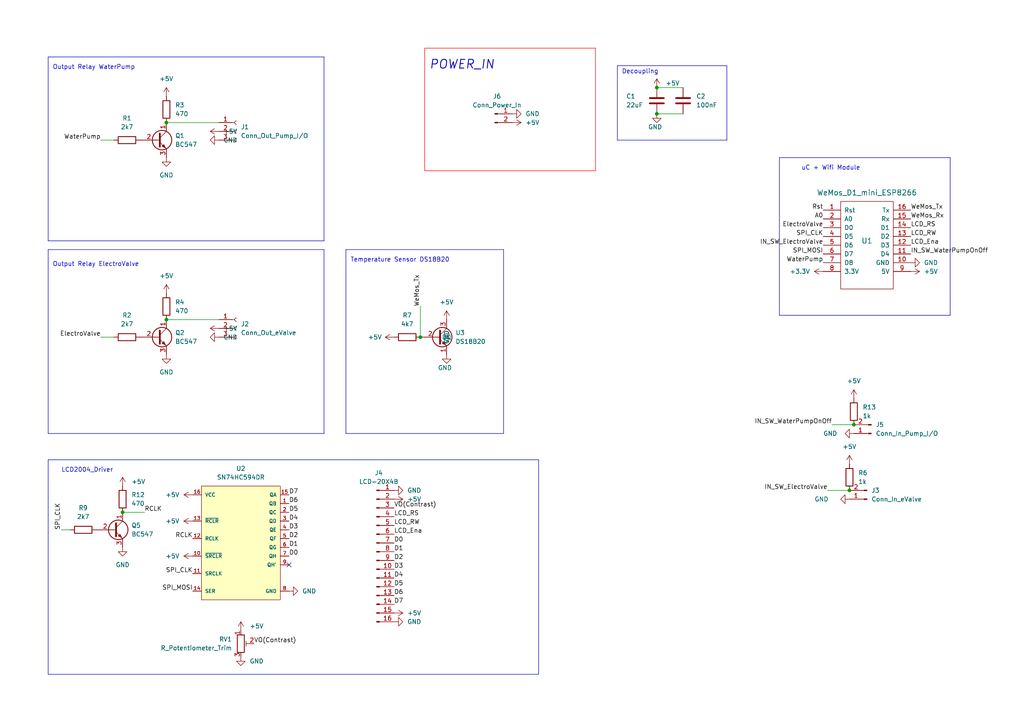
<source format=kicad_sch>
(kicad_sch (version 20230121) (generator eeschema)
  (paper "A4")
  (title_block (title "Controlador Wifi de bomba de agua"))
  (lib_symbols
    (symbol "Connector:Conn_01x02_Male" (pin_names (offset 1.016) hide)
      (property "Reference" "J" (at 0 2.54 0))
      (property "Value" "Conn_01x02_Male" (at 0 -5.08 0))
      (symbol "Conn_01x02_Male_1_1"
        (polyline (pts (xy 1.27 -2.54) (xy 0.8636 -2.54)) (stroke (width 0.1524)))
        (polyline (pts (xy 1.27 0) (xy 0.8636 0)) (stroke (width 0.1524)))
        (rectangle (start 0.8636 -2.413) (end 0 -2.667) (stroke (width 0.1524)) (fill (type outline)))
        (rectangle (start 0.8636 0.127) (end 0 -0.127) (stroke (width 0.1524)) (fill (type outline)))
        (pin passive line (at 5.08 0 180) (length 3.81) (name "Pin_1") (number "1"))
        (pin passive line (at 5.08 -2.54 180) (length 3.81) (name "Pin_2") (number "2"))
      )
    )
    (symbol "Connector:Conn_01x02_Pin" (pin_names (offset 1.016) hide)
      (property "Reference" "J" (at 0 2.54 0))
      (property "Value" "Conn_01x02_Pin" (at 0 -5.08 0))
      (symbol "Conn_01x02_Pin_1_1"
        (polyline (pts (xy 1.27 -2.54) (xy 0.8636 -2.54)) (stroke (width 0.1524)))
        (polyline (pts (xy 1.27 0) (xy 0.8636 0)) (stroke (width 0.1524)))
        (rectangle (start 0.8636 -2.413) (end 0 -2.667) (stroke (width 0.1524)) (fill (type outline)))
        (rectangle (start 0.8636 0.127) (end 0 -0.127) (stroke (width 0.1524)) (fill (type outline)))
        (pin passive line (at 5.08 0 180) (length 3.81) (name "Pin_1") (number "1"))
        (pin passive line (at 5.08 -2.54 180) (length 3.81) (name "Pin_2") (number "2"))
      )
    )
    (symbol "Connector:Conn_01x03_Female" (pin_names (offset 1.016) hide)
      (property "Reference" "J" (at 0 5.08 0))
      (property "Value" "Conn_01x03_Female" (at 0 -5.08 0))
      (symbol "Conn_01x03_Female_1_1"
        (arc (start 0 -2.032) (mid -0.5058 -2.54) (end 0 -3.048) (stroke (width 0.1524)))
        (polyline (pts (xy -1.27 -2.54) (xy -0.508 -2.54)) (stroke (width 0.1524)))
        (polyline (pts (xy -1.27 0) (xy -0.508 0)) (stroke (width 0.1524)))
        (polyline (pts (xy -1.27 2.54) (xy -0.508 2.54)) (stroke (width 0.1524)))
        (arc (start 0 0.508) (mid -0.5058 0) (end 0 -0.508) (stroke (width 0.1524)))
        (arc (start 0 3.048) (mid -0.5058 2.54) (end 0 2.032) (stroke (width 0.1524)))
        (pin passive line (at -5.08 2.54 0) (length 3.81) (name "Pin_1") (number "1"))
        (pin passive line (at -5.08 0 0) (length 3.81) (name "Pin_2") (number "2"))
        (pin passive line (at -5.08 -2.54 0) (length 3.81) (name "Pin_3") (number "3"))
      )
    )
    (symbol "Connector:Conn_01x16_Pin" (pin_names (offset 1.016) hide)
      (property "Reference" "J" (at 0 20.32 0))
      (property "Value" "Conn_01x16_Pin" (at 0 -22.86 0))
      (symbol "Conn_01x16_Pin_1_1"
        (polyline (pts (xy 1.27 -20.32) (xy 0.8636 -20.32)) (stroke (width 0.1524)))
        (polyline (pts (xy 1.27 -17.78) (xy 0.8636 -17.78)) (stroke (width 0.1524)))
        (polyline (pts (xy 1.27 -15.24) (xy 0.8636 -15.24)) (stroke (width 0.1524)))
        (polyline (pts (xy 1.27 -12.7) (xy 0.8636 -12.7)) (stroke (width 0.1524)))
        (polyline (pts (xy 1.27 -10.16) (xy 0.8636 -10.16)) (stroke (width 0.1524)))
        (polyline (pts (xy 1.27 -7.62) (xy 0.8636 -7.62)) (stroke (width 0.1524)))
        (polyline (pts (xy 1.27 -5.08) (xy 0.8636 -5.08)) (stroke (width 0.1524)))
        (polyline (pts (xy 1.27 -2.54) (xy 0.8636 -2.54)) (stroke (width 0.1524)))
        (polyline (pts (xy 1.27 0) (xy 0.8636 0)) (stroke (width 0.1524)))
        (polyline (pts (xy 1.27 2.54) (xy 0.8636 2.54)) (stroke (width 0.1524)))
        (polyline (pts (xy 1.27 5.08) (xy 0.8636 5.08)) (stroke (width 0.1524)))
        (polyline (pts (xy 1.27 7.62) (xy 0.8636 7.62)) (stroke (width 0.1524)))
        (polyline (pts (xy 1.27 10.16) (xy 0.8636 10.16)) (stroke (width 0.1524)))
        (polyline (pts (xy 1.27 12.7) (xy 0.8636 12.7)) (stroke (width 0.1524)))
        (polyline (pts (xy 1.27 15.24) (xy 0.8636 15.24)) (stroke (width 0.1524)))
        (polyline (pts (xy 1.27 17.78) (xy 0.8636 17.78)) (stroke (width 0.1524)))
        (rectangle (start 0.8636 -20.193) (end 0 -20.447) (stroke (width 0.1524)) (fill (type outline)))
        (rectangle (start 0.8636 -17.653) (end 0 -17.907) (stroke (width 0.1524)) (fill (type outline)))
        (rectangle (start 0.8636 -15.113) (end 0 -15.367) (stroke (width 0.1524)) (fill (type outline)))
        (rectangle (start 0.8636 -12.573) (end 0 -12.827) (stroke (width 0.1524)) (fill (type outline)))
        (rectangle (start 0.8636 -10.033) (end 0 -10.287) (stroke (width 0.1524)) (fill (type outline)))
        (rectangle (start 0.8636 -7.493) (end 0 -7.747) (stroke (width 0.1524)) (fill (type outline)))
        (rectangle (start 0.8636 -4.953) (end 0 -5.207) (stroke (width 0.1524)) (fill (type outline)))
        (rectangle (start 0.8636 -2.413) (end 0 -2.667) (stroke (width 0.1524)) (fill (type outline)))
        (rectangle (start 0.8636 0.127) (end 0 -0.127) (stroke (width 0.1524)) (fill (type outline)))
        (rectangle (start 0.8636 2.667) (end 0 2.413) (stroke (width 0.1524)) (fill (type outline)))
        (rectangle (start 0.8636 5.207) (end 0 4.953) (stroke (width 0.1524)) (fill (type outline)))
        (rectangle (start 0.8636 7.747) (end 0 7.493) (stroke (width 0.1524)) (fill (type outline)))
        (rectangle (start 0.8636 10.287) (end 0 10.033) (stroke (width 0.1524)) (fill (type outline)))
        (rectangle (start 0.8636 12.827) (end 0 12.573) (stroke (width 0.1524)) (fill (type outline)))
        (rectangle (start 0.8636 15.367) (end 0 15.113) (stroke (width 0.1524)) (fill (type outline)))
        (rectangle (start 0.8636 17.907) (end 0 17.653) (stroke (width 0.1524)) (fill (type outline)))
        (pin passive line (at 5.08 17.78 180) (length 3.81) (name "Pin_1") (number "1"))
        (pin passive line (at 5.08 -5.08 180) (length 3.81) (name "Pin_10") (number "10"))
        (pin passive line (at 5.08 -7.62 180) (length 3.81) (name "Pin_11") (number "11"))
        (pin passive line (at 5.08 -10.16 180) (length 3.81) (name "Pin_12") (number "12"))
        (pin passive line (at 5.08 -12.7 180) (length 3.81) (name "Pin_13") (number "13"))
        (pin passive line (at 5.08 -15.24 180) (length 3.81) (name "Pin_14") (number "14"))
        (pin passive line (at 5.08 -17.78 180) (length 3.81) (name "Pin_15") (number "15"))
        (pin passive line (at 5.08 -20.32 180) (length 3.81) (name "Pin_16") (number "16"))
        (pin passive line (at 5.08 15.24 180) (length 3.81) (name "Pin_2") (number "2"))
        (pin passive line (at 5.08 12.7 180) (length 3.81) (name "Pin_3") (number "3"))
        (pin passive line (at 5.08 10.16 180) (length 3.81) (name "Pin_4") (number "4"))
        (pin passive line (at 5.08 7.62 180) (length 3.81) (name "Pin_5") (number "5"))
        (pin passive line (at 5.08 5.08 180) (length 3.81) (name "Pin_6") (number "6"))
        (pin passive line (at 5.08 2.54 180) (length 3.81) (name "Pin_7") (number "7"))
        (pin passive line (at 5.08 0 180) (length 3.81) (name "Pin_8") (number "8"))
        (pin passive line (at 5.08 -2.54 180) (length 3.81) (name "Pin_9") (number "9"))
      )
    )
    (symbol "Device:C" (pin_numbers hide) (pin_names (offset 0.254))
      (property "Reference" "C" (at 0.635 2.54 0))
      (property "Value" "C" (at 0.635 -2.54 0))
      (symbol "C_0_1"
        (polyline (pts (xy -2.032 -0.762) (xy 2.032 -0.762)) (stroke (width 0.508)))
        (polyline (pts (xy -2.032 0.762) (xy 2.032 0.762)) (stroke (width 0.508)))
      )
      (symbol "C_1_1"
        (pin passive line (at 0 3.81 270) (length 2.794) (name "~") (number "1"))
        (pin passive line (at 0 -3.81 90) (length 2.794) (name "~") (number "2"))
      )
    )
    (symbol "Device:R" (pin_numbers hide) (pin_names (offset 0))
      (property "Reference" "R" (at 2.032 0 90))
      (property "Value" "R" (at 0 0 90))
      (symbol "R_0_1"
        (rectangle (start -1.016 -2.54) (end 1.016 2.54) (stroke (width 0.254)))
      )
      (symbol "R_1_1"
        (pin passive line (at 0 3.81 270) (length 1.27) (name "~") (number "1"))
        (pin passive line (at 0 -3.81 90) (length 1.27) (name "~") (number "2"))
      )
    )
    (symbol "Device:R_Potentiometer_Trim" (pin_names (offset 1.016) hide)
      (property "Reference" "RV" (at -4.445 0 90))
      (property "Value" "R_Potentiometer_Trim" (at -2.54 0 90))
      (symbol "R_Potentiometer_Trim_0_1"
        (polyline (pts (xy 1.524 0.762) (xy 1.524 -0.762)))
        (polyline (pts (xy 2.54 0) (xy 1.524 0)))
        (rectangle (start 1.016 2.54) (end -1.016 -2.54) (stroke (width 0.254)))
      )
      (symbol "R_Potentiometer_Trim_1_1"
        (pin passive line (at 0 3.81 270) (length 1.27) (name "1") (number "1"))
        (pin passive line (at 3.81 0 180) (length 1.27) (name "2") (number "2"))
        (pin passive line (at 0 -3.81 90) (length 1.27) (name "3") (number "3"))
      )
    )
    (symbol "IRS_Common:DS18B20"
      (property "Reference" "U" (at 7.62 -11.43 0))
      (property "Value" "DS18B20" (at -3.81 -2.54 0))
      (symbol "DS18B20_0_1"
        (polyline (pts (xy 1.905 -10.795) (xy 3.81 -8.89)))
        (polyline (pts (xy 1.905 -12.065) (xy 3.81 -13.97) (xy 3.81 -13.97)))
        (polyline (pts (xy 1.905 -9.525) (xy 1.905 -13.335) (xy 1.905 -13.335)) (stroke (width 0.508)))
        (polyline (pts (xy 2.54 -13.208) (xy 3.048 -12.7) (xy 3.556 -13.716) (xy 2.54 -13.208) (xy 2.54 -13.208)) (fill (type outline)))
        (circle (center 2.54 -11.43) (radius 2.8194) (stroke (width 0.254)))
      )
      (symbol "DS18B20_1_1"
        (pin passive line (at 3.81 -16.51 90) (length 2.54) (name "GND") (number "1"))
        (pin passive line (at -3.81 -11.43 0) (length 5.715) (name "DQ") (number "2"))
        (pin passive line (at 3.81 -6.35 270) (length 2.54) (name "VDD") (number "3"))
      )
    )
    (symbol "Transistor_BJT:BC547" (pin_names (offset 0) hide)
      (property "Reference" "Q" (at 5.08 1.905 0))
      (property "Value" "BC547" (at 5.08 0 0))
      (symbol "BC547_0_1"
        (polyline (pts (xy 0 0) (xy 0.635 0)))
        (polyline (pts (xy 0.635 0.635) (xy 2.54 2.54)))
        (polyline (pts (xy 0.635 -0.635) (xy 2.54 -2.54) (xy 2.54 -2.54)))
        (polyline (pts (xy 0.635 1.905) (xy 0.635 -1.905) (xy 0.635 -1.905)) (stroke (width 0.508)))
        (polyline (pts (xy 1.27 -1.778) (xy 1.778 -1.27) (xy 2.286 -2.286) (xy 1.27 -1.778) (xy 1.27 -1.778)) (fill (type outline)))
        (circle (center 1.27 0) (radius 2.8194) (stroke (width 0.254)))
      )
      (symbol "BC547_1_1"
        (pin passive line (at 2.54 5.08 270) (length 2.54) (name "C") (number "1"))
        (pin input line (at -5.08 0 0) (length 5.08) (name "B") (number "2"))
        (pin passive line (at 2.54 -5.08 90) (length 2.54) (name "E") (number "3"))
      )
    )
    (symbol "eec:SN74HC594DR" (pin_names (offset 1.016))
      (property "Reference" "U" (at 0 5.08 0))
      (property "Value" "SN74HC594DR" (at 0 7.62 0))
      (symbol "SN74HC594DR_1_1"
        (rectangle (start 5.08 2.54) (end 27.94 -30.48) (fill (type background)))
        (pin output line (at 30.48 -2.54 180) (length 2.54) (name "QB") (number "1"))
        (pin input line (at 2.54 -17.78 0) (length 2.54) (name "~{SRCLR}") (number "10"))
        (pin input line (at 2.54 -22.86 0) (length 2.54) (name "SRCLK") (number "11"))
        (pin input line (at 2.54 -12.7 0) (length 2.54) (name "RCLK") (number "12"))
        (pin input line (at 2.54 -7.62 0) (length 2.54) (name "~{RCLR}") (number "13"))
        (pin input line (at 2.54 -27.94 0) (length 2.54) (name "SER") (number "14"))
        (pin output line (at 30.48 0 180) (length 2.54) (name "QA") (number "15"))
        (pin power_in line (at 2.54 0 0) (length 2.54) (name "VCC") (number "16"))
        (pin output line (at 30.48 -5.08 180) (length 2.54) (name "QC") (number "2"))
        (pin output line (at 30.48 -7.62 180) (length 2.54) (name "QD") (number "3"))
        (pin output line (at 30.48 -10.16 180) (length 2.54) (name "QE") (number "4"))
        (pin output line (at 30.48 -12.7 180) (length 2.54) (name "QF") (number "5"))
        (pin output line (at 30.48 -15.24 180) (length 2.54) (name "QG") (number "6"))
        (pin output line (at 30.48 -17.78 180) (length 2.54) (name "QH") (number "7"))
        (pin power_in line (at 30.48 -27.94 180) (length 2.54) (name "GND") (number "8"))
        (pin output line (at 30.48 -20.32 180) (length 2.54) (name "QH'") (number "9"))
      )
    )
    (symbol "power:+3.3V" (power) (pin_names (offset 0))
      (property "Value" "+3.3V" (at 0 3.556 0))
      (symbol "+3.3V_0_1"
        (polyline (pts (xy -0.762 1.27) (xy 0 2.54)))
        (polyline (pts (xy 0 0) (xy 0 2.54)))
        (polyline (pts (xy 0 2.54) (xy 0.762 1.27)))
      )
      (symbol "+3.3V_1_1"
        (pin power_in line (at 0 0 90) (length 0) hide (name "+3.3V") (number "1"))
      )
    )
    (symbol "power:+5V" (power) (pin_names (offset 0))
      (property "Value" "+5V" (at 0 3.556 0))
      (symbol "+5V_0_1"
        (polyline (pts (xy -0.762 1.27) (xy 0 2.54)))
        (polyline (pts (xy 0 0) (xy 0 2.54)))
        (polyline (pts (xy 0 2.54) (xy 0.762 1.27)))
      )
      (symbol "+5V_1_1"
        (pin power_in line (at 0 0 90) (length 0) hide (name "+5V") (number "1"))
      )
    )
    (symbol "power:GND" (power) (pin_names (offset 0))
      (property "Value" "GND" (at 0 -3.81 0))
      (symbol "GND_0_1"
        (polyline (pts (xy 0 0) (xy 0 -1.27) (xy 1.27 -1.27) (xy 0 -2.54) (xy -1.27 -1.27) (xy 0 -1.27)))
      )
      (symbol "GND_1_1"
        (pin power_in line (at 0 0 270) (length 0) hide (name "GND") (number "1"))
      )
    )
    (symbol "wemos_mini:WeMos_D1_mini" (pin_names (offset 1.016))
      (property "Reference" "U" (at 0 12.7 0))
      (property "Value" "WeMos_D1_mini" (at 0 -12.7 0))
      (property "Datasheet" "http://www.wemos.cc/Products/d1_mini.html" (at 13.97 -17.78 0))
      (symbol "WeMos_D1_mini_0_1"
        (rectangle (start -7.62 11.43) (end 7.62 -13.97))
      )
      (symbol "WeMos_D1_mini_1_1"
        (pin bidirectional line (at -12.7 8.89 0) (length 5.08) (name "Rst") (number "1"))
        (pin power_in line (at 12.7 -6.35 180) (length 5.08) (name "GND") (number "10"))
        (pin bidirectional line (at 12.7 -3.81 180) (length 5.08) (name "D4") (number "11"))
        (pin bidirectional line (at 12.7 -1.27 180) (length 5.08) (name "D3") (number "12"))
        (pin bidirectional line (at 12.7 1.27 180) (length 5.08) (name "D2") (number "13"))
        (pin bidirectional line (at 12.7 3.81 180) (length 5.08) (name "D1") (number "14"))
        (pin bidirectional line (at 12.7 6.35 180) (length 5.08) (name "Rx") (number "15"))
        (pin bidirectional line (at 12.7 8.89 180) (length 5.08) (name "Tx") (number "16"))
        (pin bidirectional line (at -12.7 6.35 0) (length 5.08) (name "A0") (number "2"))
        (pin bidirectional line (at -12.7 3.81 0) (length 5.08) (name "D0") (number "3"))
        (pin bidirectional line (at -12.7 1.27 0) (length 5.08) (name "D5") (number "4"))
        (pin bidirectional line (at -12.7 -1.27 0) (length 5.08) (name "D6") (number "5"))
        (pin bidirectional line (at -12.7 -3.81 0) (length 5.08) (name "D7") (number "6"))
        (pin bidirectional line (at -12.7 -6.35 0) (length 5.08) (name "D8") (number "7"))
        (pin power_out line (at -12.7 -8.89 0) (length 5.08) (name "3.3V") (number "8"))
        (pin power_in line (at 12.7 -8.89 180) (length 5.08) (name "5V") (number "9"))
      )
    )
  )
  (junction (at 121.92 97.79))
  (junction (at 247.65 123.19))
  (junction (at 35.56 148.59))
  (junction (at 48.26 35.56))
  (junction (at 190.5 25.4))
  (junction (at 48.26 92.71))
  (junction (at 190.5 33.02))
  (junction (at 246.38 142.24))
  (no_connect (at 83.82 163.83))
  (wire (pts (xy 190.5 25.4) (xy 198.12 25.4)))
  (wire (pts (xy 35.56 148.59) (xy 41.91 148.59)))
  (polyline (pts (xy 226.06 45.72) (xy 275.59 45.72)))
  (polyline (pts (xy 93.98 16.51) (xy 93.98 69.85)))
  (polyline (pts (xy 275.59 45.72) (xy 275.59 91.44)))
  (polyline (pts (xy 123.19 13.97) (xy 172.72 13.97)) (stroke (width 0) (color 255 0 0 1)))
  (polyline (pts (xy 93.98 72.39) (xy 93.98 125.73)))
  (polyline (pts (xy 13.97 195.58) (xy 156.21 195.58)))
  (polyline (pts (xy 93.98 125.73) (xy 13.97 125.73)))
  (polyline (pts (xy 226.06 45.72) (xy 226.06 91.44)))
  (wire (pts (xy 241.3 123.19) (xy 247.65 123.19)))
  (polyline (pts (xy 13.97 133.35) (xy 13.97 195.58)))
  (polyline (pts (xy 156.21 133.35) (xy 156.21 195.58)))
  (polyline (pts (xy 13.97 72.39) (xy 13.97 125.73)))
  (polyline (pts (xy 123.19 13.97) (xy 123.19 49.53)) (stroke (width 0) (color 255 0 0 1)))
  (polyline (pts (xy 100.33 72.39) (xy 100.33 125.73)))
  (polyline (pts (xy 13.97 16.51) (xy 93.98 16.51)))
  (polyline (pts (xy 179.07 19.05) (xy 210.82 19.05)))
  (wire (pts (xy 240.03 142.24) (xy 246.38 142.24)))
  (polyline (pts (xy 226.06 91.44) (xy 275.59 91.44)))
  (polyline (pts (xy 179.07 19.05) (xy 179.07 40.64)))
  (polyline (pts (xy 13.97 16.51) (xy 13.97 69.85)))
  (polyline (pts (xy 13.97 72.39) (xy 93.98 72.39)))
  (polyline (pts (xy 210.82 40.64) (xy 179.07 40.64)))
  (wire (pts (xy 48.26 92.71) (xy 63.5 92.71)))
  (wire (pts (xy 48.26 35.56) (xy 63.5 35.56)))
  (wire (pts (xy 17.78 153.67) (xy 20.32 153.67)))
  (polyline (pts (xy 123.19 49.53) (xy 172.72 49.53)) (stroke (width 0) (color 255 0 0 1)))
  (wire (pts (xy 121.92 88.9) (xy 121.92 97.79)))
  (polyline (pts (xy 93.98 69.85) (xy 13.97 69.85)))
  (polyline (pts (xy 172.72 13.97) (xy 172.72 49.53)) (stroke (width 0) (color 255 0 0 1)))
  (polyline (pts (xy 146.05 125.73) (xy 100.33 125.73)))
  (polyline (pts (xy 13.97 133.35) (xy 156.21 133.35)))
  (wire (pts (xy 29.21 40.64) (xy 33.02 40.64)))
  (polyline (pts (xy 146.05 72.39) (xy 146.05 125.73)))
  (polyline (pts (xy 210.82 19.05) (xy 210.82 40.64)))
  (polyline (pts (xy 100.33 72.39) (xy 146.05 72.39)))
  (wire (pts (xy 29.21 97.79) (xy 33.02 97.79)))
  (wire (pts (xy 190.5 33.02) (xy 198.12 33.02)))
  (text "LCD2004_Driver" (at 17.78 137.16 0) (effects (font (size 1.27 1.27)) (justify left bottom)))
  (text "Decoupling" (at 180.34 21.59 0) (effects (font (size 1.27 1.27)) (justify left bottom)))
  (text "POWER_IN" (at 124.46 20.32 0) (effects (font (size 2.54 2.54) (thickness 0.254) bold italic) (justify left bottom)))
  (text "Temperature Sensor DS18B20" (at 101.6 76.2 0) (effects (font (size 1.27 1.27)) (justify left bottom)))
  (text "Output Relay WaterPump" (at 15.24 20.32 0) (effects (font (size 1.27 1.27)) (justify left bottom)))
  (text "uC + Wifi Module" (at 232.41 49.53 0) (effects (font (size 1.27 1.27)) (justify left bottom)))
  (text "Output Relay ElectroValve" (at 15.24 77.47 0) (effects (font (size 1.27 1.27)) (justify left bottom)))
  (label "LCD_RS" (at 264.16 66.04 0))
  (label "D3" (at 83.82 153.67 0))
  (label "LCD_RW" (at 264.16 68.58 0))
  (label "WeMos_Tx" (at 264.16 60.96 0))
  (label "D4" (at 83.82 151.13 0))
  (label "D5" (at 83.82 148.59 0))
  (label "IN_SW_ElectroValve" (at 238.76 71.12 180))
  (label "SPI_MOSI" (at 238.76 73.66 180))
  (label "D1" (at 114.3 160.02 0))
  (label "D6" (at 114.3 172.72 0))
  (label "RCLK" (at 41.91 148.59 0))
  (label "WeMos_Rx" (at 264.16 63.5 0))
  (label "LCD_RS" (at 114.3 149.86 0))
  (label "SPI_CLK" (at 55.88 166.37 180))
  (label "D1" (at 83.82 158.75 0))
  (label "D7" (at 83.82 143.51 0))
  (label "LCD_Ena" (at 264.16 71.12 0))
  (label "D3" (at 114.3 165.1 0))
  (label "D6" (at 83.82 146.05 0))
  (label "IN_SW_WaterPumpOnOff" (at 264.16 73.66 0))
  (label "RCLK" (at 55.88 156.21 180))
  (label "IN_SW_WaterPumpOnOff" (at 241.3 123.19 180))
  (label "LCD_Ena" (at 114.3 154.94 0))
  (label "SPI_MOSI" (at 55.88 171.45 180))
  (label "VO(Contrast)" (at 73.66 186.69 0))
  (label "D0" (at 83.82 161.29 0))
  (label "A0" (at 238.76 63.5 180))
  (label "D2" (at 83.82 156.21 0))
  (label "ElectroValve" (at 29.21 97.79 180))
  (label "D2" (at 114.3 162.56 0))
  (label "WaterPump" (at 29.21 40.64 180))
  (label "Rst" (at 238.76 60.96 180))
  (label "D4" (at 114.3 167.64 0))
  (label "LCD_RW" (at 114.3 152.4 0))
  (label "IN_SW_ElectroValve" (at 240.03 142.24 180))
  (label "D0" (at 114.3 157.48 0))
  (label "WeMos_Tx" (at 121.92 88.9 90))
  (label "ElectroValve" (at 238.76 66.04 180))
  (label "D7" (at 114.3 175.26 0))
  (label "SPI_CLK" (at 17.78 153.67 90))
  (label "D5" (at 114.3 170.18 0))
  (label "SPI_CLK" (at 238.76 68.58 180))
  (label "VO(Contrast)" (at 114.3 147.32 0))
  (label "WaterPump" (at 238.76 76.2 180))
  (symbol (lib_id "power:GND") (at 246.38 144.78 270) (unit 1)
    (property "Reference" "#PWR010" (effects hide))
    (property "Value" "GND" (at 236.22 144.78 90) (effects (justify left)))
  )
  (symbol (lib_id "Device:R") (at 246.38 138.43 0) (unit 1)
    (property "Reference" "R6" (at 248.92 137.1599 0) (effects (justify left)))
    (property "Value" "1k" (at 248.92 139.6999 0) (effects (justify left)))
    (property "Footprint" "Resistor_THT:R_Axial_DIN0207_L6.3mm_D2.5mm_P7.62mm_Horizontal" (effects hide))
  )
  (symbol (lib_id "Device:C") (at 190.5 29.21 0) (unit 1)
    (property "Reference" "C1" (at 181.61 27.94 0) (effects (justify left)))
    (property "Value" "22uF" (at 181.61 30.48 0) (effects (justify left)))
    (property "Footprint" "Capacitor_THT:CP_Radial_D10.0mm_P2.50mm" (effects hide))
  )
  (symbol (lib_id "power:GND") (at 48.26 45.72 0) (unit 1)
    (property "Reference" "#PWR03" (effects hide))
    (property "Value" "GND" (at 48.26 50.8 0))
  )
  (symbol (lib_id "Device:R") (at 48.26 31.75 0) (unit 1)
    (property "Reference" "R3" (at 50.8 30.4799 0) (effects (justify left)))
    (property "Value" "470" (at 50.8 33.0199 0) (effects (justify left)))
    (property "Footprint" "Resistor_THT:R_Axial_DIN0207_L6.3mm_D2.5mm_P7.62mm_Horizontal" (effects hide))
  )
  (symbol (lib_id "power:GND") (at 148.59 33.02 90) (unit 1)
    (property "Reference" "#PWR028" (effects hide))
    (property "Value" "GND" (at 152.4 33.0199 90) (effects (justify right)))
  )
  (symbol (lib_id "power:+5V") (at 114.3 97.79 90) (unit 1)
    (property "Reference" "#PWR018" (effects hide))
    (property "Value" "+5V" (at 106.68 97.79 90) (effects (justify right)))
  )
  (symbol (lib_id "power:+5V") (at 129.54 92.71 0) (unit 1)
    (property "Reference" "#PWR019" (effects hide))
    (property "Value" "+5V" (at 129.54 87.63 0))
  )
  (symbol (lib_id "power:+5V") (at 55.88 151.13 90) (mirror x) (unit 1)
    (property "Reference" "#PWR023" (effects hide))
    (property "Value" "+5V" (at 52.07 151.1299 90) (effects (justify left)))
  )
  (symbol (lib_id "Device:R") (at 118.11 97.79 90) (unit 1)
    (property "Reference" "R7" (at 118.11 91.44 90))
    (property "Value" "4k7" (at 118.11 93.98 90))
    (property "Footprint" "Resistor_THT:R_Axial_DIN0207_L6.3mm_D2.5mm_P7.62mm_Horizontal" (effects hide))
  )
  (symbol (lib_id "power:+5V") (at 69.85 182.88 0) (mirror y) (unit 1)
    (property "Reference" "#PWR025" (effects hide))
    (property "Value" "+5V" (at 72.39 181.6099 0) (effects (justify right)))
  )
  (symbol (lib_id "power:GND") (at 83.82 171.45 90) (mirror x) (unit 1)
    (property "Reference" "#PWR027" (effects hide))
    (property "Value" "GND" (at 87.63 171.4499 90) (effects (justify right)))
  )
  (symbol (lib_id "Connector:Conn_01x02_Male") (at 252.73 125.73 180) (unit 1)
    (property "Reference" "J5" (at 254 123.1899 0) (effects (justify right)))
    (property "Value" "Conn_In_Pump_I/O" (at 254 125.7299 0) (effects (justify right)))
    (property "Footprint" "Connector_JST:JST_EH_B2B-EH-A_1x02_P2.50mm_Vertical" (effects hide))
  )
  (symbol (lib_id "power:GND") (at 114.3 180.34 90) (mirror x) (unit 1)
    (property "Reference" "#PWR040" (effects hide))
    (property "Value" "GND" (at 118.11 180.34 90) (effects (justify right)))
  )
  (symbol (lib_id "Device:R") (at 48.26 88.9 0) (unit 1)
    (property "Reference" "R4" (at 50.8 87.6299 0) (effects (justify left)))
    (property "Value" "470" (at 50.8 90.1699 0) (effects (justify left)))
    (property "Footprint" "Resistor_THT:R_Axial_DIN0207_L6.3mm_D2.5mm_P7.62mm_Horizontal" (effects hide))
  )
  (symbol (lib_id "power:GND") (at 129.54 102.87 0) (unit 1)
    (property "Reference" "#PWR020" (effects hide))
    (property "Value" "GND" (at 127 106.68 0) (effects (justify left)))
  )
  (symbol (lib_id "Transistor_BJT:BC547") (at 45.72 40.64 0) (unit 1)
    (property "Reference" "Q1" (at 50.8 39.3699 0) (effects (justify left)))
    (property "Value" "BC547" (at 50.8 41.9099 0) (effects (justify left)))
    (property "Footprint" "Package_TO_SOT_THT:TO-92_Inline_Wide" (effects hide))
    (property "Datasheet" "https://www.onsemi.com/pub/Collateral/BC550-D.pdf" (effects hide))
  )
  (symbol (lib_id "Connector:Conn_01x02_Male") (at 251.46 144.78 180) (unit 1)
    (property "Reference" "J3" (at 252.73 142.2399 0) (effects (justify right)))
    (property "Value" "Conn_In_eValve" (at 252.73 144.7799 0) (effects (justify right)))
    (property "Footprint" "Connector_JST:JST_EH_B2B-EH-A_1x02_P2.50mm_Vertical" (effects hide))
  )
  (symbol (lib_id "Device:R") (at 36.83 40.64 90) (unit 1)
    (property "Reference" "R1" (at 36.83 34.29 90))
    (property "Value" "2k7" (at 36.83 36.83 90))
    (property "Footprint" "Resistor_THT:R_Axial_DIN0207_L6.3mm_D2.5mm_P7.62mm_Horizontal" (effects hide))
  )
  (symbol (lib_id "Connector:Conn_01x03_Female") (at 68.58 95.25 0) (unit 1)
    (property "Reference" "J2" (at 69.85 93.9799 0) (effects (justify left)))
    (property "Value" "Conn_Out_eValve" (at 69.85 96.5199 0) (effects (justify left)))
    (property "Footprint" "Connector_JST:JST_EH_B3B-EH-A_1x03_P2.50mm_Vertical" (effects hide))
  )
  (symbol (lib_id "Device:R") (at 24.13 153.67 90) (unit 1)
    (property "Reference" "R9" (at 24.13 147.32 90))
    (property "Value" "2k7" (at 24.13 149.86 90))
    (property "Footprint" "Resistor_THT:R_Axial_DIN0207_L6.3mm_D2.5mm_P7.62mm_Horizontal" (effects hide))
  )
  (symbol (lib_id "Transistor_BJT:BC547") (at 45.72 97.79 0) (unit 1)
    (property "Reference" "Q2" (at 50.8 96.5199 0) (effects (justify left)))
    (property "Value" "BC547" (at 50.8 99.0599 0) (effects (justify left)))
    (property "Footprint" "Package_TO_SOT_THT:TO-92_Inline_Wide" (effects hide))
    (property "Datasheet" "https://www.onsemi.com/pub/Collateral/BC550-D.pdf" (effects hide))
  )
  (symbol (lib_id "power:GND") (at 63.5 40.64 270) (unit 1)
    (property "Reference" "#PWR013" (effects hide))
    (property "Value" "GND" (at 64.77 40.6399 90) (effects (justify left)))
  )
  (symbol (lib_id "power:+5V") (at 264.16 78.74 270) (unit 1)
    (property "Reference" "#PWR07" (effects hide))
    (property "Value" "+5V" (at 267.97 78.7399 90) (effects (justify left)))
  )
  (symbol (lib_id "power:+5V") (at 48.26 85.09 0) (unit 1)
    (property "Reference" "#PWR04" (effects hide))
    (property "Value" "+5V" (at 48.26 80.01 0))
  )
  (symbol (lib_id "power:+5V") (at 55.88 143.51 90) (mirror x) (unit 1)
    (property "Reference" "#PWR022" (effects hide))
    (property "Value" "+5V" (at 52.07 143.5099 90) (effects (justify left)))
  )
  (symbol (lib_id "wemos_mini:WeMos_D1_mini") (at 251.46 69.85 0) (unit 1)
    (property "Reference" "U1" (at 251.46 69.85 0) (effects (font (size 1.524 1.524))))
    (property "Value" "WeMos_D1_mini_ESP8266" (at 251.46 55.88 0) (effects (font (size 1.524 1.524))))
    (property "Footprint" "IRS_Common:D1_mini_board" (effects hide))
    (property "Datasheet" "http://www.wemos.cc/Products/d1_mini.html" (effects hide))
  )
  (symbol (lib_id "power:+5V") (at 246.38 134.62 0) (unit 1)
    (property "Reference" "#PWR032" (effects hide))
    (property "Value" "+5V" (at 246.38 129.54 0))
  )
  (symbol (lib_id "power:+5V") (at 114.3 177.8 270) (mirror x) (unit 1)
    (property "Reference" "#PWR039" (effects hide))
    (property "Value" "+5V" (at 118.11 177.8 90) (effects (justify left)))
  )
  (symbol (lib_id "power:GND") (at 48.26 102.87 0) (unit 1)
    (property "Reference" "#PWR05" (effects hide))
    (property "Value" "GND" (at 48.26 107.95 0))
  )
  (symbol (lib_id "power:+5V") (at 114.3 144.78 270) (mirror x) (unit 1)
    (property "Reference" "#PWR038" (effects hide))
    (property "Value" "+5V" (at 118.11 144.7799 90) (effects (justify left)))
  )
  (symbol (lib_id "power:+3.3V") (at 238.76 78.74 90) (unit 1)
    (property "Reference" "#PWR01" (effects hide))
    (property "Value" "+3.3V" (at 234.95 78.7399 90) (effects (justify left)))
  )
  (symbol (lib_id "power:GND") (at 114.3 142.24 90) (mirror x) (unit 1)
    (property "Reference" "#PWR037" (effects hide))
    (property "Value" "GND" (at 118.11 142.2399 90) (effects (justify right)))
  )
  (symbol (lib_id "power:+5V") (at 48.26 27.94 0) (unit 1)
    (property "Reference" "#PWR02" (effects hide))
    (property "Value" "+5V" (at 48.26 22.86 0))
  )
  (symbol (lib_id "Device:R") (at 247.65 119.38 0) (unit 1)
    (property "Reference" "R13" (at 250.19 118.1099 0) (effects (justify left)))
    (property "Value" "1k" (at 250.19 120.6499 0) (effects (justify left)))
    (property "Footprint" "Resistor_THT:R_Axial_DIN0207_L6.3mm_D2.5mm_P7.62mm_Horizontal" (effects hide))
  )
  (symbol (lib_id "Connector:Conn_01x16_Pin") (at 109.22 160.02 0) (unit 1)
    (property "Reference" "J4" (at 109.855 137.16 0))
    (property "Value" "LCD-20X4B" (at 109.855 139.7 0))
    (property "Footprint" "Connector_PinHeader_2.54mm:PinHeader_1x16_P2.54mm_Vertical" (effects hide))
  )
  (symbol (lib_id "Device:R_Potentiometer_Trim") (at 69.85 186.69 0) (unit 1)
    (property "Reference" "RV1" (at 67.31 185.4199 0) (effects (justify right)))
    (property "Value" "R_Potentiometer_Trim" (at 67.31 187.9599 0) (effects (justify right)))
    (property "Footprint" "Potentiometer_THT:Potentiometer_Bourns_3296W_Vertical" (effects hide))
    (property "Valor sugerido" "150" (effects hide))
  )
  (symbol (lib_id "power:GND") (at 247.65 125.73 270) (unit 1)
    (property "Reference" "#PWR011" (effects hide))
    (property "Value" "GND" (at 238.76 125.73 90) (effects (justify left)))
  )
  (symbol (lib_id "power:GND") (at 190.5 33.02 0) (unit 1)
    (property "Reference" "#PWR031" (effects hide))
    (property "Value" "GND" (at 187.96 36.83 0) (effects (justify left)))
  )
  (symbol (lib_id "power:+5V") (at 55.88 161.29 90) (mirror x) (unit 1)
    (property "Reference" "#PWR024" (effects hide))
    (property "Value" "+5V" (at 52.07 161.2899 90) (effects (justify left)))
  )
  (symbol (lib_id "power:GND") (at 35.56 158.75 0) (unit 1)
    (property "Reference" "#PWR017" (effects hide))
    (property "Value" "GND" (at 35.56 163.83 0))
  )
  (symbol (lib_id "power:GND") (at 63.5 97.79 270) (unit 1)
    (property "Reference" "#PWR015" (effects hide))
    (property "Value" "GND" (at 64.77 97.7899 90) (effects (justify left)))
  )
  (symbol (lib_id "power:+5V") (at 190.5 25.4 0) (unit 1)
    (property "Reference" "#PWR030" (effects hide))
    (property "Value" "+5V" (at 193.04 24.1299 0) (effects (justify left)))
  )
  (symbol (lib_id "Device:C") (at 198.12 29.21 0) (unit 1)
    (property "Reference" "C2" (at 201.93 27.9399 0) (effects (justify left)))
    (property "Value" "100nF" (at 201.93 30.4799 0) (effects (justify left)))
    (property "Footprint" "Capacitor_THT:C_Disc_D3.8mm_W2.6mm_P2.50mm" (effects hide))
  )
  (symbol (lib_id "power:GND") (at 264.16 76.2 90) (unit 1)
    (property "Reference" "#PWR06" (effects hide))
    (property "Value" "GND" (at 267.97 76.1999 90) (effects (justify right)))
  )
  (symbol (lib_id "power:+5V") (at 63.5 95.25 90) (unit 1)
    (property "Reference" "#PWR014" (effects hide))
    (property "Value" "+5V" (at 64.77 95.2499 90) (effects (justify right)))
  )
  (symbol (lib_id "power:+5V") (at 148.59 35.56 270) (unit 1)
    (property "Reference" "#PWR021" (effects hide))
    (property "Value" "+5V" (at 152.4 35.5599 90) (effects (justify left)))
  )
  (symbol (lib_id "Connector:Conn_01x03_Female") (at 68.58 38.1 0) (unit 1)
    (property "Reference" "J1" (at 69.85 36.8299 0) (effects (justify left)))
    (property "Value" "Conn_Out_Pump_I/O" (at 69.85 39.3699 0) (effects (justify left)))
    (property "Footprint" "Connector_JST:JST_EH_B3B-EH-A_1x03_P2.50mm_Vertical" (effects hide))
  )
  (symbol (lib_id "Transistor_BJT:BC547") (at 33.02 153.67 0) (unit 1)
    (property "Reference" "Q5" (at 38.1 152.3999 0) (effects (justify left)))
    (property "Value" "BC547" (at 38.1 154.9399 0) (effects (justify left)))
    (property "Footprint" "Package_TO_SOT_THT:TO-92_Inline_Wide" (effects hide))
    (property "Datasheet" "https://www.onsemi.com/pub/Collateral/BC550-D.pdf" (effects hide))
  )
  (symbol (lib_id "Device:R") (at 35.56 144.78 0) (unit 1)
    (property "Reference" "R12" (at 38.1 143.5099 0) (effects (justify left)))
    (property "Value" "470" (at 38.1 146.0499 0) (effects (justify left)))
    (property "Footprint" "Resistor_THT:R_Axial_DIN0207_L6.3mm_D2.5mm_P7.62mm_Horizontal" (effects hide))
  )
  (symbol (lib_id "eec:SN74HC594DR") (at 53.34 143.51 0) (unit 1)
    (property "Reference" "U2" (at 69.85 135.89 0))
    (property "Value" "SN74HC594DR" (at 69.85 138.43 0))
    (property "Footprint" "Package_DIP:DIP-16_W7.62mm" (effects hide))
    (property "Datasheet" "https://www.ti.com/lit/ds/symlink/sn74hc594.pdf" (effects hide))
    (property "ambient temperature range high" "+125°C" (effects hide))
    (property "ambient temperature range low" "-40°C" (effects hide))
    (property "automotive" "No" (effects hide))
    (property "category" "IC" (effects hide))
    (property "device class L1" "Integrated Circuits (ICs)" (effects hide))
    (property "device class L2" "Logic ICs" (effects hide))
    (property "device class L3" "Shift Registers" (effects hide))
    (property "digikey description" "IC SHIFT REGISTER 8BIT 16-SOIC" (effects hide))
    (property "digikey part number" "296-31819-1-ND" (effects hide))
    (property "frequency" "40MHz" (effects hide))
    (property "height" "1.75mm" (effects hide))
    (property "lead free" "Yes" (effects hide))
    (property "library id" "29315e4d7b5522d5" (effects hide))
    (property "manufacturer" "Texas Instruments" (effects hide))
    (property "max supply voltage" "6V" (effects hide))
    (property "min supply voltage" "2V" (effects hide))
    (property "mouser description" "Shift Register Single 8-Bit Serial to Serial/Parallel 16-Pin SOIC T/R" (effects hide))
    (property "mouser part number" "595-SN74HC594DR" (effects hide))
    (property "nominal supply current" "8uA" (effects hide))
    (property "number of circuits" "1" (effects hide))
    (property "number of inputs" "1" (effects hide))
    (property "number of outputs" "8" (effects hide))
    (property "package" "SOIC16" (effects hide))
    (property "propagation delay" "19ns" (effects hide))
    (property "rohs" "Yes" (effects hide))
    (property "standoff height" "0.1mm" (effects hide))
    (property "temperature range high" "+125°C" (effects hide))
    (property "temperature range low" "-40°C" (effects hide))
  )
  (symbol (lib_id "power:+5V") (at 247.65 115.57 0) (unit 1)
    (property "Reference" "#PWR033" (effects hide))
    (property "Value" "+5V" (at 247.65 110.49 0))
  )
  (symbol (lib_id "Connector:Conn_01x02_Pin") (at 143.51 33.02 0) (unit 1)
    (property "Reference" "J6" (at 144.145 27.94 0))
    (property "Value" "Conn_Power_In" (at 144.145 30.48 0))
    (property "Footprint" "Connector_JST:JST_EH_B2B-EH-A_1x02_P2.50mm_Vertical" (effects hide))
  )
  (symbol (lib_id "power:GND") (at 69.85 190.5 0) (mirror y) (unit 1)
    (property "Reference" "#PWR026" (effects hide))
    (property "Value" "GND" (at 72.39 191.7699 0) (effects (justify right)))
  )
  (symbol (lib_id "Device:R") (at 36.83 97.79 90) (unit 1)
    (property "Reference" "R2" (at 36.83 91.44 90))
    (property "Value" "2k7" (at 36.83 93.98 90))
    (property "Footprint" "Resistor_THT:R_Axial_DIN0207_L6.3mm_D2.5mm_P7.62mm_Horizontal" (effects hide))
  )
  (symbol (lib_id "IRS_Common:DS18B20") (at 125.73 86.36 0) (unit 1)
    (property "Reference" "U3" (at 132.08 96.5199 0) (effects (justify left)))
    (property "Value" "DS18B20" (at 132.08 99.0599 0) (effects (justify left)))
    (property "Footprint" "Package_TO_SOT_THT:TO-92_Inline_Wide" (effects hide))
  )
  (symbol (lib_id "power:+5V") (at 35.56 140.97 0) (mirror y) (unit 1)
    (property "Reference" "#PWR016" (effects hide))
    (property "Value" "+5V" (at 38.1 139.6999 0) (effects (justify right)))
  )
  (symbol (lib_id "power:+5V") (at 63.5 38.1 90) (unit 1)
    (property "Reference" "#PWR012" (effects hide))
    (property "Value" "+5V" (at 64.77 38.0999 90) (effects (justify right)))
  )
)
</source>
